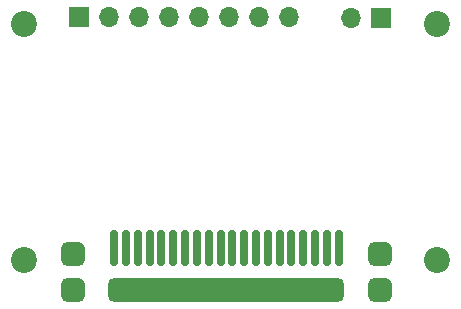
<source format=gbs>
%TF.GenerationSoftware,KiCad,Pcbnew,(6.0.1)*%
%TF.CreationDate,2022-02-26T19:35:59+01:00*%
%TF.ProjectId,optacon,6f707461-636f-46e2-9e6b-696361645f70,rev?*%
%TF.SameCoordinates,Original*%
%TF.FileFunction,Soldermask,Bot*%
%TF.FilePolarity,Negative*%
%FSLAX46Y46*%
G04 Gerber Fmt 4.6, Leading zero omitted, Abs format (unit mm)*
G04 Created by KiCad (PCBNEW (6.0.1)) date 2022-02-26 19:35:59*
%MOMM*%
%LPD*%
G01*
G04 APERTURE LIST*
G04 Aperture macros list*
%AMRoundRect*
0 Rectangle with rounded corners*
0 $1 Rounding radius*
0 $2 $3 $4 $5 $6 $7 $8 $9 X,Y pos of 4 corners*
0 Add a 4 corners polygon primitive as box body*
4,1,4,$2,$3,$4,$5,$6,$7,$8,$9,$2,$3,0*
0 Add four circle primitives for the rounded corners*
1,1,$1+$1,$2,$3*
1,1,$1+$1,$4,$5*
1,1,$1+$1,$6,$7*
1,1,$1+$1,$8,$9*
0 Add four rect primitives between the rounded corners*
20,1,$1+$1,$2,$3,$4,$5,0*
20,1,$1+$1,$4,$5,$6,$7,0*
20,1,$1+$1,$6,$7,$8,$9,0*
20,1,$1+$1,$8,$9,$2,$3,0*%
G04 Aperture macros list end*
%ADD10C,2.200000*%
%ADD11R,1.700000X1.700000*%
%ADD12O,1.700000X1.700000*%
%ADD13RoundRect,0.175000X-0.175000X-1.325000X0.175000X-1.325000X0.175000X1.325000X-0.175000X1.325000X0*%
%ADD14RoundRect,0.500000X-0.500000X-0.500000X0.500000X-0.500000X0.500000X0.500000X-0.500000X0.500000X0*%
%ADD15RoundRect,0.500000X-9.500000X-0.500000X9.500000X-0.500000X9.500000X0.500000X-9.500000X0.500000X0*%
G04 APERTURE END LIST*
D10*
%TO.C,REF\u002A\u002A*%
X87000000Y-85000000D03*
%TD*%
D11*
%TO.C,J2*%
X91625000Y-64425000D03*
D12*
X94165000Y-64425000D03*
X96705000Y-64425000D03*
X99245000Y-64425000D03*
X101785000Y-64425000D03*
X104325000Y-64425000D03*
X106865000Y-64425000D03*
X109405000Y-64425000D03*
%TD*%
D10*
%TO.C,REF\u002A\u002A*%
X122000000Y-65000000D03*
%TD*%
D11*
%TO.C,J3*%
X117225000Y-64450000D03*
D12*
X114685000Y-64450000D03*
%TD*%
D10*
%TO.C,REF\u002A\u002A*%
X122000000Y-85000000D03*
%TD*%
D13*
%TO.C,J1*%
X94640000Y-84000000D03*
X95640000Y-84000000D03*
X96640000Y-84000000D03*
X97640000Y-84000000D03*
X98640000Y-84000000D03*
X99640000Y-84000000D03*
X100640000Y-84000000D03*
X101640000Y-84000000D03*
X102640000Y-84000000D03*
X103640000Y-84000000D03*
X104640000Y-84000000D03*
X105640000Y-84000000D03*
X106640000Y-84000000D03*
X107640000Y-84000000D03*
X108640000Y-84000000D03*
X109640000Y-84000000D03*
X110640000Y-84000000D03*
X111640000Y-84000000D03*
X112640000Y-84000000D03*
X113640000Y-84000000D03*
D14*
X117140000Y-87500000D03*
X91140000Y-87500000D03*
D15*
X104140000Y-87500000D03*
D14*
X117140000Y-84500000D03*
X91140000Y-84500000D03*
%TD*%
D10*
%TO.C,REF\u002A\u002A*%
X87000000Y-65000000D03*
%TD*%
M02*

</source>
